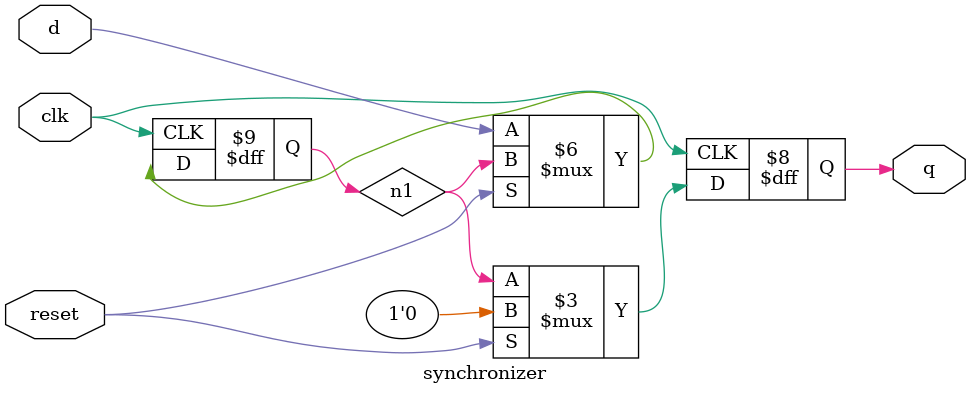
<source format=sv>
module synchronizer(input   logic clk, d, reset,
                    output  logic q);
    logic n1;
    always_ff @(posedge clk) begin
        if (reset) begin
            q <= 0;
        end
        else begin
            n1 <= d;
            q <= n1;
        end
    end
endmodule

</source>
